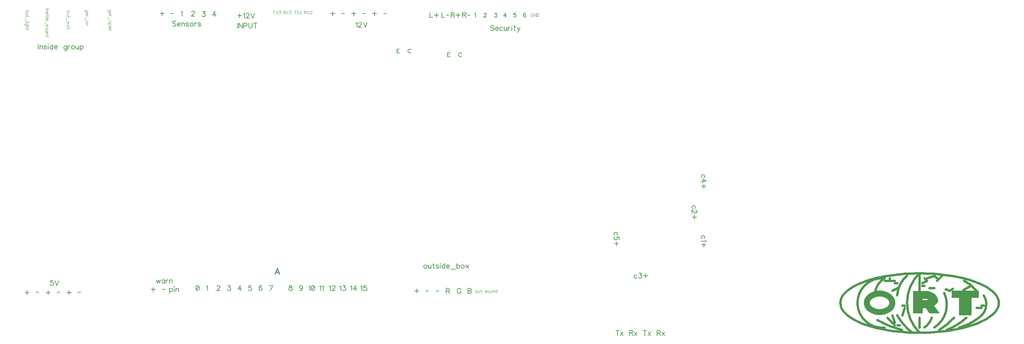
<source format=gbr>
G04 DipTrace 3.0.0.1*
G04 TopPaste.gbr*
%MOMM*%
G04 #@! TF.FileFunction,Paste,Top*
G04 #@! TF.Part,Single*
%ADD18C,0.6*%
%ADD19C,1.5*%
%ADD20C,2.0*%
%ADD57C,0.19608*%
%ADD58C,0.15686*%
%ADD59C,0.11765*%
%ADD60C,0.23529*%
%FSLAX35Y35*%
G04*
G71*
G90*
G75*
G01*
G04 TopPaste*
%LPD*%
X22002680Y984033D2*
D18*
X22007630Y1037188D1*
X22022455Y1090083D1*
X22047084Y1142462D1*
X22081396Y1194069D1*
X22125225Y1244653D1*
X22178356Y1293967D1*
X22240530Y1341771D1*
X22311446Y1387832D1*
X22390757Y1431926D1*
X22478078Y1473837D1*
X22572982Y1513363D1*
X22675007Y1550310D1*
X22783656Y1584498D1*
X22898400Y1615760D1*
X23018680Y1643945D1*
X23143910Y1668914D1*
X23273479Y1690547D1*
X23406757Y1708738D1*
X23543095Y1723399D1*
X23681827Y1734457D1*
X23822278Y1741859D1*
X23963764Y1745569D1*
X24105596D1*
X24247082Y1741859D1*
X24387533Y1734457D1*
X24526265Y1723399D1*
X24662603Y1708738D1*
X24795881Y1690547D1*
X24925450Y1668914D1*
X25050680Y1643945D1*
X25170960Y1615760D1*
X25285704Y1584498D1*
X25394353Y1550310D1*
X25496378Y1513363D1*
X25591282Y1473837D1*
X25678603Y1431926D1*
X25757914Y1387832D1*
X25828830Y1341771D1*
X25891004Y1293967D1*
X25944135Y1244653D1*
X25987964Y1194069D1*
X26022276Y1142462D1*
X26046905Y1090083D1*
X26061730Y1037188D1*
X26066680Y984033D1*
X26061730Y930879D1*
X26046905Y877983D1*
X26022276Y825605D1*
X25987964Y773998D1*
X25944135Y723414D1*
X25891004Y674100D1*
X25828830Y626296D1*
X25757914Y580235D1*
X25678603Y536141D1*
X25591282Y494229D1*
X25496378Y454704D1*
X25394353Y417757D1*
X25285704Y383569D1*
X25170960Y352307D1*
X25050680Y324122D1*
X24925450Y299152D1*
X24795881Y277519D1*
X24662603Y259328D1*
X24526265Y244668D1*
X24387533Y233610D1*
X24247082Y226208D1*
X24105596Y222498D1*
X23963764D1*
X23822278Y226208D1*
X23681827Y233610D1*
X23543095Y244668D1*
X23406757Y259328D1*
X23273479Y277519D1*
X23143910Y299152D1*
X23018680Y324122D1*
X22898400Y352307D1*
X22783656Y383569D1*
X22675007Y417757D1*
X22572982Y454704D1*
X22478078Y494229D1*
X22390757Y536141D1*
X22311446Y580235D1*
X22240530Y626296D1*
X22178356Y674100D1*
X22125225Y723414D1*
X22081396Y773998D1*
X22047084Y825605D1*
X22022455Y877983D1*
X22007630Y930879D1*
X22002680Y984033D1*
X23082180Y1619033D2*
G03X23145680Y349033I0J-636588D01*
G01*
X24034680Y1746033D2*
G03X24034680Y222033I755650J-762000D01*
G01*
X23717180Y1682533D2*
G03X23463180Y1174533I476250J-555625D01*
G01*
Y666533D2*
G03X23844180Y222033I1301750J730250D01*
G01*
X24034680Y1746033D2*
Y1555533D1*
Y1301533D1*
Y603033D2*
Y412533D1*
Y349033D1*
X24161680D2*
G03X24352180Y603033I-285750J412750D01*
G01*
X24669680Y1238033D2*
G02X24415680Y349033I-629987J-300789D01*
G01*
X24923680Y603033D2*
G02X24542680Y285533I-1301750J1174750D01*
G01*
X25241180Y603033D2*
G02X24733180Y285533I-1127125J1238250D01*
G01*
X25177680Y1555533D2*
G02X25495180Y1301533I-476250J-920750D01*
G01*
X25685680Y1174533D2*
G02X25558680Y603033I-349250J-222250D01*
G01*
G02X25050680Y349033I-857250J1079500D01*
G01*
X22955180Y539533D2*
G03X23590180Y285533I1206500J2095500D01*
G01*
X23145680Y1619033D2*
G03X22891680Y1238033I254000J-444500D01*
G01*
X24098180Y1492033D2*
X24225180Y1555533D1*
X24161680Y1619033D1*
X24415680Y1682533D2*
X24225180Y1619033D1*
X24415680Y1682533D2*
X24479180Y1619033D1*
Y1555533D2*
X24606180Y1682533D1*
X25685680Y920533D2*
X25622180D1*
X25495180Y857033D2*
X25622180D1*
X23336180Y1301533D2*
X23463180Y1365033D1*
Y1492033D2*
X23399680D1*
X23272680Y1555533D2*
Y1619033D1*
X23145680Y1555533D2*
X23399680D1*
X23209180Y603033D2*
X23399680Y412533D1*
X23526680D2*
X23463180D1*
X23336180Y666533D2*
X23399680Y476033D1*
X23590180Y666533D2*
X23653680Y857033D1*
Y920533D2*
X23590180D1*
X24098180Y1428533D2*
X24161680D1*
X24288680Y1365033D2*
X24415680D1*
X22687757Y984207D2*
D19*
X22688549Y1000829D1*
X22690924Y1017371D1*
X22694869Y1033751D1*
X22700365Y1049890D1*
X22707385Y1065709D1*
X22715895Y1081131D1*
X22725854Y1096080D1*
X22737213Y1110485D1*
X22749916Y1124274D1*
X22763903Y1137381D1*
X22779104Y1149741D1*
X22795445Y1161296D1*
X22812848Y1171987D1*
X22831227Y1181764D1*
X22850493Y1190578D1*
X22870551Y1198386D1*
X22891305Y1205151D1*
X22912652Y1210840D1*
X22934490Y1215425D1*
X22956711Y1218883D1*
X22979207Y1221198D1*
X23001870Y1222358D1*
X23024587D1*
X23047249Y1221198D1*
X23069746Y1218883D1*
X23091967Y1215425D1*
X23113805Y1210840D1*
X23135152Y1205151D1*
X23155906Y1198386D1*
X23175964Y1190578D1*
X23195230Y1181764D1*
X23213609Y1171987D1*
X23231011Y1161296D1*
X23247353Y1149741D1*
X23262554Y1137381D1*
X23276540Y1124274D1*
X23289244Y1110485D1*
X23300603Y1096080D1*
X23310561Y1081131D1*
X23319072Y1065709D1*
X23326092Y1049890D1*
X23331588Y1033751D1*
X23335533Y1017371D1*
X23337907Y1000829D1*
X23338700Y984207D1*
X23337907Y967584D1*
X23335533Y951042D1*
X23331588Y934662D1*
X23326092Y918523D1*
X23319072Y902704D1*
X23310561Y887283D1*
X23300603Y872333D1*
X23289244Y857929D1*
X23276540Y844139D1*
X23262554Y831033D1*
X23247353Y818672D1*
X23231011Y807118D1*
X23213609Y796426D1*
X23195230Y786650D1*
X23175964Y777836D1*
X23155906Y770027D1*
X23135152Y763262D1*
X23113805Y757573D1*
X23091967Y752988D1*
X23069746Y749530D1*
X23047249Y747215D1*
X23024587Y746055D1*
X23001870D1*
X22979207Y747215D1*
X22956711Y749530D1*
X22934490Y752988D1*
X22912652Y757573D1*
X22891305Y763262D1*
X22870551Y770027D1*
X22850493Y777836D1*
X22831227Y786650D1*
X22812848Y796426D1*
X22795445Y807118D1*
X22779104Y818672D1*
X22763903Y831033D1*
X22749916Y844139D1*
X22737213Y857929D1*
X22725854Y872333D1*
X22715895Y887283D1*
X22707385Y902704D1*
X22700365Y918523D1*
X22694869Y934662D1*
X22690924Y951042D1*
X22688549Y967584D1*
X22687757Y984207D1*
G36*
X23875927Y1285657D2*
X24116657D1*
Y714157D1*
X23875927D1*
Y1285657D1*
G37*
G36*
X25050680Y1301533D2*
X25368180D1*
Y730033D1*
X25050680D1*
Y1301533D1*
G37*
G36*
X24860180Y1238033D2*
X25495180D1*
Y1111033D1*
X24860180D1*
Y1238033D1*
G37*
G36*
Y1301533D2*
X25558680D1*
Y1111033D1*
X24860180D1*
Y1301533D1*
G37*
G36*
X25050680Y730033D2*
X25368180D1*
Y666533D1*
X25050680D1*
Y730033D1*
G37*
X24701430Y1333283D2*
D18*
X24733180D1*
X24764930Y1317407D2*
X24796680Y1301533D1*
X24812557D2*
X24891930Y1349157D1*
X25336430Y1412657D2*
X25161803Y1317407D1*
X24005520Y1158997D2*
D20*
X24021397Y1190750D1*
X24243670D1*
X24370683Y1127243D1*
X24418313Y1047860D1*
X24354807Y984353D1*
X24227793Y952600D1*
X24116657D1*
X24069027D1*
Y920847D1*
G36*
X24196040Y857340D2*
X24291300Y714450D1*
X24561203D1*
X24386560Y936723D1*
Y920847D1*
X24196040Y857340D1*
G37*
X10986954Y7481891D2*
D58*
X10982125Y7491550D1*
X10972354Y7501321D1*
X10962696Y7506150D1*
X10943266D1*
X10933496Y7501321D1*
X10923837Y7491550D1*
X10918896Y7481891D1*
X10914066Y7467291D1*
Y7442921D1*
X10918896Y7428433D1*
X10923837Y7418662D1*
X10933496Y7409004D1*
X10943266Y7404062D1*
X10962696D1*
X10972354Y7409004D1*
X10982125Y7418662D1*
X10986954Y7428433D1*
X10691433Y7506150D2*
X10628316D1*
Y7404062D1*
X10691433D1*
X10628316Y7457521D2*
X10667175D1*
X2234972Y8483367D2*
D59*
X2158406D1*
X2198500D2*
X2205828Y8476039D1*
X2209450Y8468795D1*
Y8457845D1*
X2205828Y8450602D1*
X2198500Y8443274D1*
X2187550Y8439652D1*
X2180306D1*
X2169356Y8443274D1*
X2162112Y8450602D1*
X2158406Y8457846D1*
Y8468795D1*
X2162112Y8476039D1*
X2169356Y8483367D1*
X2209450Y8416122D2*
X2172978D1*
X2162112Y8412500D1*
X2158406Y8405172D1*
Y8394222D1*
X2162112Y8386979D1*
X2172978Y8376029D1*
X2209450D2*
X2158406D1*
X2234971Y8341549D2*
X2172978D1*
X2162112Y8337927D1*
X2158406Y8330599D1*
Y8323355D1*
X2209450Y8352499D2*
Y8326977D1*
X2145771Y8299826D2*
Y8230588D1*
X2187550Y8207059D2*
Y8163343D1*
X2194878D1*
X2202206Y8166965D1*
X2205828Y8170587D1*
X2209450Y8177915D1*
Y8188865D1*
X2205828Y8196109D1*
X2198500Y8203437D1*
X2187550Y8207059D1*
X2180306D1*
X2169356Y8203437D1*
X2162112Y8196109D1*
X2158406Y8188865D1*
Y8177915D1*
X2162112Y8170587D1*
X2169356Y8163343D1*
X2209450Y8139814D2*
X2158406Y8099720D1*
X2209450D2*
X2158406Y8139814D1*
X2234972Y8076190D2*
X2231350Y8072568D1*
X2234972Y8068862D1*
X2238678Y8072568D1*
X2234972Y8076190D1*
X2209450Y8072568D2*
X2158406D1*
X2234972Y8034383D2*
X2172978D1*
X2162112Y8030761D1*
X2158406Y8023433D1*
Y8016189D1*
X2209450Y8045333D2*
Y8019811D1*
X4819931Y8417923D2*
D57*
X4890123D1*
X4604664Y8472606D2*
Y8363247D1*
X4550054Y8417856D2*
X4659414D1*
X5365861Y8451335D2*
Y8457371D1*
X5371897Y8469585D1*
X5377934Y8475621D1*
X5390147Y8481658D1*
X5414434D1*
X5426507Y8475621D1*
X5432544Y8469585D1*
X5438720Y8457371D1*
Y8445298D1*
X5432544Y8433085D1*
X5420470Y8414975D1*
X5359684Y8354189D1*
X5444757D1*
X5089804Y8457378D2*
X5102017Y8463555D1*
X5120267Y8481665D1*
Y8354195D1*
X5960217Y8338312D2*
Y8465781D1*
X5899431Y8380849D1*
X5990540D1*
X5641767Y8465788D2*
X5708450D1*
X5672090Y8417215D1*
X5690340D1*
X5702414Y8411178D1*
X5708450Y8405142D1*
X5714627Y8386892D1*
Y8374819D1*
X5708450Y8356569D1*
X5696377Y8344355D1*
X5678127Y8338319D1*
X5659877D1*
X5641767Y8344355D1*
X5635731Y8350532D1*
X5629554Y8362605D1*
X4958697Y8203478D2*
X4946624Y8215692D1*
X4928374Y8221728D1*
X4904087D1*
X4885837Y8215692D1*
X4873624Y8203478D1*
Y8191405D1*
X4879801Y8179192D1*
X4885837Y8173155D1*
X4897910Y8167119D1*
X4934410Y8154905D1*
X4946624Y8148869D1*
X4952660Y8142692D1*
X4958697Y8130619D1*
Y8112369D1*
X4946624Y8100296D1*
X4928374Y8094119D1*
X4904087D1*
X4885837Y8100296D1*
X4873624Y8112369D1*
X4997913Y8142692D2*
X5070772D1*
Y8154905D1*
X5064736Y8167119D1*
X5058699Y8173155D1*
X5046486Y8179192D1*
X5028236D1*
X5016163Y8173155D1*
X5003949Y8160942D1*
X4997913Y8142692D1*
Y8130619D1*
X5003949Y8112369D1*
X5016163Y8100296D1*
X5028236Y8094119D1*
X5046486D1*
X5058699Y8100296D1*
X5070772Y8112369D1*
X5109988Y8179192D2*
Y8094119D1*
Y8154905D2*
X5128238Y8173155D1*
X5140451Y8179192D1*
X5158561D1*
X5170775Y8173155D1*
X5176811Y8154905D1*
Y8094119D1*
X5282850Y8160942D2*
X5276813Y8173155D1*
X5258563Y8179192D1*
X5240313D1*
X5222063Y8173155D1*
X5216027Y8160942D1*
X5222063Y8148869D1*
X5234277Y8142692D1*
X5264600Y8136655D1*
X5276813Y8130619D1*
X5282850Y8118405D1*
Y8112369D1*
X5276813Y8100296D1*
X5258563Y8094119D1*
X5240313D1*
X5222063Y8100296D1*
X5216027Y8112369D1*
X5352389Y8179192D2*
X5340316Y8173155D1*
X5328102Y8160942D1*
X5322066Y8142692D1*
Y8130619D1*
X5328102Y8112369D1*
X5340316Y8100296D1*
X5352389Y8094119D1*
X5370639D1*
X5382852Y8100296D1*
X5394925Y8112369D1*
X5401102Y8130619D1*
Y8142692D1*
X5394925Y8160942D1*
X5382852Y8173155D1*
X5370639Y8179192D1*
X5352389D1*
X5440318D2*
Y8094119D1*
Y8142692D2*
X5446495Y8160942D1*
X5458568Y8173155D1*
X5470781Y8179192D1*
X5489031D1*
X5595070Y8160942D2*
X5589033Y8173155D1*
X5570783Y8179192D1*
X5552533D1*
X5534283Y8173155D1*
X5528247Y8160942D1*
X5534283Y8148869D1*
X5546497Y8142692D1*
X5576820Y8136655D1*
X5589033Y8130619D1*
X5595070Y8118405D1*
Y8112369D1*
X5589033Y8100296D1*
X5570783Y8094119D1*
X5552533D1*
X5534283Y8100296D1*
X5528247Y8112369D1*
X1183112Y8495131D2*
D59*
X1106546D1*
X1146640D2*
X1153968Y8487803D1*
X1157590Y8480559D1*
Y8469609D1*
X1153968Y8462365D1*
X1146640Y8455037D1*
X1135690Y8451415D1*
X1128446D1*
X1117496Y8455037D1*
X1110252Y8462365D1*
X1106546Y8469609D1*
Y8480559D1*
X1110252Y8487803D1*
X1117496Y8495131D1*
X1157590Y8427886D2*
X1121118D1*
X1110252Y8424264D1*
X1106546Y8416936D1*
Y8405986D1*
X1110252Y8398742D1*
X1121118Y8387792D1*
X1157590D2*
X1106546D1*
X1183111Y8353312D2*
X1121118Y8353313D1*
X1110252Y8349691D1*
X1106546Y8342363D1*
Y8335119D1*
X1157590Y8364262D2*
Y8338741D1*
X1093911Y8311589D2*
Y8242352D1*
X1183112Y8218822D2*
X1106546D1*
X1183112Y8195293D2*
X1179490Y8191671D1*
X1183112Y8187965D1*
X1186818Y8191671D1*
X1183112Y8195293D1*
X1157590Y8191671D2*
X1106546D1*
X1153968Y8120719D2*
X1095596Y8120720D1*
X1084730Y8124341D1*
X1081024Y8127963D1*
X1077402Y8135291D1*
Y8146241D1*
X1081024Y8153485D1*
X1143018Y8120719D2*
X1150262Y8127963D1*
X1153968Y8135291D1*
Y8146241D1*
X1150262Y8153485D1*
X1143018Y8160813D1*
X1132068Y8164435D1*
X1124740D1*
X1113874Y8160813D1*
X1106546Y8153485D1*
X1102924Y8146241D1*
Y8135291D1*
X1106546Y8127963D1*
X1113874Y8120720D1*
X1183112Y8097190D2*
X1106546D1*
X1143018D2*
X1153968Y8086240D1*
X1157590Y8078912D1*
Y8067962D1*
X1153968Y8060718D1*
X1143018Y8057096D1*
X1106546D1*
X1183112Y8022617D2*
X1121118D1*
X1110252Y8018995D1*
X1106546Y8011667D1*
Y8004423D1*
X1157590Y8033567D2*
Y8008045D1*
X6595110Y8418906D2*
D57*
Y8309547D1*
X6540501Y8364156D2*
X6649860D1*
X6689076Y8403675D2*
X6701289Y8409852D1*
X6719539Y8427961D1*
Y8300492D1*
X6764932Y8397638D2*
Y8403675D1*
X6770968Y8415888D1*
X6777005Y8421925D1*
X6789218Y8427961D1*
X6813505D1*
X6825578Y8421925D1*
X6831615Y8415888D1*
X6837792Y8403675D1*
Y8391602D1*
X6831615Y8379388D1*
X6819542Y8361279D1*
X6758755Y8300492D1*
X6843828D1*
X6883044Y8428102D2*
X6931617Y8300492D1*
X6980190Y8428102D1*
X3282804Y8468878D2*
D59*
X3224432D1*
X3213567Y8472500D1*
X3209861Y8476122D1*
X3206239Y8483450D1*
Y8494400D1*
X3209860Y8501644D1*
X3271854Y8468878D2*
X3279098Y8476122D1*
X3282804Y8483450D1*
Y8494400D1*
X3279098Y8501644D1*
X3271854Y8508972D1*
X3260904Y8512594D1*
X3253576D1*
X3242711Y8508972D1*
X3235382Y8501644D1*
X3231760Y8494400D1*
Y8483450D1*
X3235382Y8476122D1*
X3242710Y8468878D1*
X3264526Y8445349D2*
Y8401633D1*
X3271854D1*
X3279182Y8405255D1*
X3282804Y8408877D1*
X3286426Y8416205D1*
Y8427155D1*
X3282804Y8434399D1*
X3275476Y8441727D1*
X3264526Y8445349D1*
X3257282D1*
X3246332Y8441727D1*
X3239089Y8434399D1*
X3235382Y8427155D1*
Y8416205D1*
X3239089Y8408877D1*
X3246332Y8401633D1*
X3286426Y8378104D2*
X3235382D1*
X3264526D2*
X3275476Y8374398D1*
X3282804Y8367154D1*
X3286426Y8359826D1*
Y8348876D1*
X3222748Y8325346D2*
Y8256109D1*
X3286426Y8214385D2*
X3282804Y8221629D1*
X3275476Y8228957D1*
X3264526Y8232579D1*
X3257282D1*
X3246332Y8228957D1*
X3239089Y8221629D1*
X3235382Y8214386D1*
Y8203436D1*
X3239089Y8196107D1*
X3246332Y8188864D1*
X3257282Y8185157D1*
X3264526D1*
X3275476Y8188864D1*
X3282804Y8196107D1*
X3286426Y8203435D1*
Y8214385D1*
Y8161628D2*
X3209861D1*
X3275476D2*
X3282720Y8154300D1*
X3286426Y8147056D1*
Y8136106D1*
X3282720Y8128778D1*
X3275476Y8121534D1*
X3264526Y8117828D1*
X3257198D1*
X3246332Y8121534D1*
X3239004Y8128778D1*
X3235382Y8136106D1*
Y8147056D1*
X3239004Y8154300D1*
X3246332Y8161628D1*
X3264526Y8094299D2*
Y8050583D1*
X3271854D1*
X3279182Y8054205D1*
X3282804Y8057827D1*
X3286426Y8065155D1*
Y8076105D1*
X3282804Y8083349D1*
X3275476Y8090677D1*
X3264526Y8094299D1*
X3257282D1*
X3246332Y8090677D1*
X3239089Y8083349D1*
X3235382Y8076105D1*
Y8065155D1*
X3239089Y8057827D1*
X3246332Y8050583D1*
X3286426Y8027053D2*
X3235382D1*
X3271854D2*
X3282804Y8016103D1*
X3286426Y8008775D1*
Y7997910D1*
X3282804Y7990582D1*
X3271854Y7986960D1*
X3235383D1*
X2691641Y8465092D2*
X2633269D1*
X2622403Y8468714D1*
X2618697Y8472336D1*
X2615075Y8479664D1*
Y8490614D1*
X2618697Y8497858D1*
X2680691Y8465092D2*
X2687935Y8472335D1*
X2691641Y8479664D1*
Y8490613D1*
X2687935Y8497857D1*
X2680691Y8505185D1*
X2669741Y8508807D1*
X2662413D1*
X2651547Y8505185D1*
X2644219Y8497857D1*
X2640597Y8490614D1*
Y8479664D1*
X2644219Y8472336D1*
X2651547Y8465092D1*
X2673363Y8441562D2*
Y8397847D1*
X2680691D1*
X2688019Y8401469D1*
X2691641Y8405090D1*
X2695263Y8412418D1*
Y8423368D1*
X2691641Y8430612D1*
X2684313Y8437940D1*
X2673363Y8441562D1*
X2666119D1*
X2655169Y8437940D1*
X2647925Y8430612D1*
X2644219Y8423369D1*
Y8412419D1*
X2647925Y8405091D1*
X2655169Y8397847D1*
X2695263Y8374317D2*
X2644219D1*
X2673363D2*
X2684313Y8370611D1*
X2691641Y8363367D1*
X2695263Y8356039D1*
Y8345089D1*
X2631585Y8321560D2*
Y8252322D1*
X2695263Y8210599D2*
X2691641Y8217843D1*
X2684313Y8225171D1*
X2673363Y8228793D1*
X2666119D1*
X2655169Y8225171D1*
X2647925Y8217843D1*
X2644219Y8210599D1*
Y8199649D1*
X2647925Y8192321D1*
X2655169Y8185077D1*
X2666119Y8181371D1*
X2673363D1*
X2684313Y8185077D1*
X2691641Y8192321D1*
X2695263Y8199649D1*
Y8210599D1*
Y8157841D2*
X2644219D1*
X2680691D2*
X2691641Y8146891D1*
X2695263Y8139563D1*
Y8128697D1*
X2691641Y8121369D1*
X2680691Y8117748D1*
X2644219D1*
X1428747Y7634352D2*
D57*
Y7506742D1*
X1467963Y7591815D2*
Y7506742D1*
Y7567529D2*
X1486213Y7585779D1*
X1498426Y7591815D1*
X1516536D1*
X1528749Y7585779D1*
X1534786Y7567529D1*
Y7506742D1*
X1640825Y7573565D2*
X1634788Y7585779D1*
X1616538Y7591815D1*
X1598288D1*
X1580038Y7585779D1*
X1574002Y7573565D1*
X1580038Y7561492D1*
X1592252Y7555315D1*
X1622575Y7549279D1*
X1634788Y7543242D1*
X1640825Y7531029D1*
Y7524992D1*
X1634788Y7512919D1*
X1616538Y7506742D1*
X1598288D1*
X1580038Y7512919D1*
X1574002Y7524992D1*
X1680040Y7634352D2*
X1686077Y7628315D1*
X1692254Y7634352D1*
X1686077Y7640529D1*
X1680040Y7634352D1*
X1686077Y7591815D2*
Y7506742D1*
X1804329Y7634352D2*
Y7506742D1*
Y7573565D2*
X1792256Y7585779D1*
X1780043Y7591815D1*
X1761793D1*
X1749720Y7585779D1*
X1737506Y7573565D1*
X1731470Y7555315D1*
Y7543242D1*
X1737506Y7524992D1*
X1749720Y7512919D1*
X1761793Y7506742D1*
X1780043D1*
X1792256Y7512919D1*
X1804329Y7524992D1*
X1843545Y7555315D2*
X1916405D1*
Y7567529D1*
X1910368Y7579742D1*
X1904331Y7585779D1*
X1892118Y7591815D1*
X1873868D1*
X1861795Y7585779D1*
X1849581Y7573565D1*
X1843545Y7555315D1*
Y7543242D1*
X1849581Y7524992D1*
X1861795Y7512919D1*
X1873868Y7506742D1*
X1892118D1*
X1904331Y7512919D1*
X1916405Y7524992D1*
X2151926Y7585779D2*
Y7488492D1*
X2145890Y7470382D1*
X2139853Y7464205D1*
X2127640Y7458169D1*
X2109390D1*
X2097317Y7464205D1*
X2151926Y7567529D2*
X2139853Y7579602D1*
X2127640Y7585779D1*
X2109390D1*
X2097317Y7579602D1*
X2085103Y7567529D1*
X2079067Y7549279D1*
Y7537065D1*
X2085103Y7518955D1*
X2097317Y7506742D1*
X2109390Y7500705D1*
X2127640D1*
X2139853Y7506742D1*
X2151926Y7518955D1*
X2191142Y7591815D2*
Y7506742D1*
Y7555315D2*
X2197319Y7573565D1*
X2209392Y7585779D1*
X2221605Y7591815D1*
X2239855D1*
X2309394D2*
X2297321Y7585779D1*
X2285108Y7573565D1*
X2279071Y7555315D1*
Y7543242D1*
X2285108Y7524992D1*
X2297321Y7512919D1*
X2309394Y7506742D1*
X2327644D1*
X2339858Y7512919D1*
X2351931Y7524992D1*
X2358108Y7543242D1*
Y7555315D1*
X2351931Y7573565D1*
X2339858Y7585779D1*
X2327644Y7591815D1*
X2309394D1*
X2397323D2*
Y7531029D1*
X2403360Y7512919D1*
X2415573Y7506742D1*
X2433823D1*
X2445896Y7512919D1*
X2464146Y7531029D1*
Y7591815D2*
Y7506742D1*
X2503362Y7591815D2*
Y7464205D1*
Y7573565D2*
X2515576Y7585638D1*
X2527649Y7591815D1*
X2545899D1*
X2558112Y7585638D1*
X2570185Y7573565D1*
X2576362Y7555315D1*
Y7543102D1*
X2570185Y7524992D1*
X2558112Y7512779D1*
X2545899Y7506742D1*
X2527649D1*
X2515576Y7512779D1*
X2503362Y7524992D1*
X9572624Y8165551D2*
X9584837Y8171728D1*
X9603087Y8189838D1*
Y8062369D1*
X9648480Y8159515D2*
Y8165551D1*
X9654517Y8177765D1*
X9660553Y8183801D1*
X9672767Y8189838D1*
X9697053D1*
X9709126Y8183801D1*
X9715163Y8177765D1*
X9721340Y8165551D1*
Y8153478D1*
X9715163Y8141265D1*
X9703090Y8123155D1*
X9642303Y8062369D1*
X9727376D1*
X9766592Y8189978D2*
X9815165Y8062369D1*
X9863738Y8189978D1*
X9211094Y8422827D2*
X9281286D1*
X8981537Y8472606D2*
Y8363247D1*
X8926927Y8417856D2*
X9036287D1*
X9750054Y8422827D2*
X9820246D1*
X9520504Y8472606D2*
Y8363247D1*
X9465894Y8417856D2*
X9575254D1*
X10289017Y8422827D2*
X10359210D1*
X10059460Y8472606D2*
Y8363247D1*
X10004851Y8417856D2*
X10114210D1*
X1803737Y1563168D2*
X1743091D1*
X1737054Y1508558D1*
X1743091Y1514595D1*
X1761341Y1520772D1*
X1779450D1*
X1797700Y1514595D1*
X1809914Y1502522D1*
X1815950Y1484272D1*
Y1472199D1*
X1809914Y1453949D1*
X1797700Y1441735D1*
X1779450Y1435699D1*
X1761341D1*
X1743091Y1441735D1*
X1737054Y1447912D1*
X1730877Y1459985D1*
X1855166Y1563308D2*
X1903739Y1435699D1*
X1952312Y1563308D1*
X1369347Y1256407D2*
X1439540D1*
X1139787Y1306190D2*
Y1196830D1*
X1085177Y1251440D2*
X1194537D1*
X1908307Y1256407D2*
X1978500D1*
X1678757Y1306190D2*
Y1196830D1*
X1624147Y1251440D2*
X1733507D1*
X2447271Y1256407D2*
X2517463D1*
X2217710Y1306190D2*
Y1196830D1*
X2163101Y1251440D2*
X2272460D1*
X7714922Y8446683D2*
D59*
X7747688D1*
X7758638Y8450389D1*
X7762344Y8454011D1*
X7765966Y8461255D1*
Y8468583D1*
X7762344Y8475827D1*
X7758638Y8479533D1*
X7747688Y8483155D1*
X7714922D1*
Y8406589D1*
X7740444Y8446683D2*
X7765966Y8406589D1*
X7789496Y8483155D2*
X7840539Y8406589D1*
Y8483155D2*
X7789496Y8406589D1*
X7871397Y8483071D2*
X7911407D1*
X7889591Y8453927D1*
X7900541D1*
X7907785Y8450305D1*
X7911407Y8446683D1*
X7915113Y8435733D1*
Y8428489D1*
X7911407Y8417539D1*
X7904163Y8410211D1*
X7893213Y8406589D1*
X7882263D1*
X7871397Y8410211D1*
X7867775Y8413917D1*
X7864069Y8421161D1*
X7472151Y8483158D2*
Y8406593D1*
X7446629Y8483158D2*
X7497673D1*
X7521202D2*
X7572246Y8406593D1*
Y8483158D2*
X7521202Y8406593D1*
X7603104Y8483074D2*
X7643113D1*
X7621297Y8453930D1*
X7632247D1*
X7639491Y8450308D1*
X7643113Y8446686D1*
X7646819Y8435736D1*
Y8428493D1*
X7643113Y8417543D1*
X7635869Y8410214D1*
X7624919Y8406593D1*
X7613969D1*
X7603104Y8410214D1*
X7599482Y8413921D1*
X7595776Y8421164D1*
X8253882Y8446683D2*
X8286648D1*
X8297598Y8450389D1*
X8301304Y8454011D1*
X8304926Y8461255D1*
Y8468583D1*
X8301304Y8475827D1*
X8297598Y8479533D1*
X8286648Y8483155D1*
X8253882D1*
Y8406589D1*
X8279404Y8446683D2*
X8304926Y8406589D1*
X8328456Y8483155D2*
X8379499Y8406589D1*
Y8483155D2*
X8328456Y8406589D1*
X8406735Y8464877D2*
Y8468499D1*
X8410357Y8475827D1*
X8413979Y8479449D1*
X8421307Y8483071D1*
X8435879D1*
X8443123Y8479449D1*
X8446745Y8475827D1*
X8450451Y8468499D1*
Y8461255D1*
X8446745Y8453927D1*
X8439501Y8443061D1*
X8403029Y8406589D1*
X8454073D1*
X8011118Y8483155D2*
Y8406589D1*
X7985596Y8483155D2*
X8036640D1*
X8060169D2*
X8111213Y8406589D1*
Y8483155D2*
X8060169Y8406589D1*
X8138448Y8464877D2*
Y8468499D1*
X8142070Y8475827D1*
X8145692Y8479449D1*
X8153020Y8483071D1*
X8167592D1*
X8174836Y8479449D1*
X8178458Y8475827D1*
X8182164Y8468499D1*
Y8461255D1*
X8178458Y8453927D1*
X8171214Y8443061D1*
X8134742Y8406589D1*
X8185786D1*
X11477624Y8443978D2*
D57*
Y8316369D1*
X11550484D1*
X11644309Y8434783D2*
Y8325423D1*
X11589699Y8380033D2*
X11699059D1*
X11779251Y8443978D2*
Y8316369D1*
X11852110D1*
X11891326Y8380103D2*
X11961518D1*
X11349197Y1956192D2*
X11337124Y1950155D1*
X11324910Y1937942D1*
X11318874Y1919692D1*
Y1907619D1*
X11324910Y1889369D1*
X11337124Y1877296D1*
X11349197Y1871119D1*
X11367447D1*
X11379660Y1877296D1*
X11391734Y1889369D1*
X11397910Y1907619D1*
Y1919692D1*
X11391734Y1937942D1*
X11379660Y1950155D1*
X11367447Y1956192D1*
X11349197D1*
X11437126D2*
Y1895405D1*
X11443163Y1877296D1*
X11455376Y1871119D1*
X11473626D1*
X11485699Y1877296D1*
X11503949Y1895405D1*
Y1956192D2*
Y1871119D1*
X11561415Y1998728D2*
Y1895405D1*
X11567451Y1877296D1*
X11579665Y1871119D1*
X11591738D1*
X11543165Y1956192D2*
X11585701D1*
X11697777Y1937942D2*
X11691740Y1950155D1*
X11673490Y1956192D1*
X11655240D1*
X11636990Y1950155D1*
X11630954Y1937942D1*
X11636990Y1925869D1*
X11649204Y1919692D1*
X11679527Y1913655D1*
X11691740Y1907619D1*
X11697777Y1895405D1*
Y1889369D1*
X11691740Y1877296D1*
X11673490Y1871119D1*
X11655240D1*
X11636990Y1877296D1*
X11630954Y1889369D1*
X11736992Y1998728D2*
X11743029Y1992692D1*
X11749206Y1998728D1*
X11743029Y2004905D1*
X11736992Y1998728D1*
X11743029Y1956192D2*
Y1871119D1*
X11861281Y1998728D2*
Y1871119D1*
Y1937942D2*
X11849208Y1950155D1*
X11836995Y1956192D1*
X11818745D1*
X11806672Y1950155D1*
X11794458Y1937942D1*
X11788422Y1919692D1*
Y1907619D1*
X11794458Y1889369D1*
X11806672Y1877296D1*
X11818745Y1871119D1*
X11836995D1*
X11849208Y1877296D1*
X11861281Y1889369D1*
X11900497Y1919692D2*
X11973357D1*
Y1931905D1*
X11967320Y1944119D1*
X11961283Y1950155D1*
X11949070Y1956192D1*
X11930820D1*
X11918747Y1950155D1*
X11906533Y1937942D1*
X11900497Y1919692D1*
Y1907619D1*
X11906533Y1889369D1*
X11918747Y1877296D1*
X11930820Y1871119D1*
X11949070D1*
X11961283Y1877296D1*
X11973357Y1889369D1*
X12012572Y1850061D2*
X12127968D1*
X12167184Y1998728D2*
Y1871119D1*
Y1937942D2*
X12179397Y1950155D1*
X12191471Y1956192D1*
X12209721D1*
X12221794Y1950155D1*
X12234007Y1937942D1*
X12240044Y1919692D1*
Y1907619D1*
X12234007Y1889369D1*
X12221794Y1877296D1*
X12209721Y1871119D1*
X12191471D1*
X12179397Y1877296D1*
X12167184Y1889369D1*
X12309582Y1956192D2*
X12297509Y1950155D1*
X12285296Y1937942D1*
X12279259Y1919692D1*
Y1907619D1*
X12285296Y1889369D1*
X12297509Y1877296D1*
X12309582Y1871119D1*
X12327832D1*
X12340046Y1877296D1*
X12352119Y1889369D1*
X12358296Y1907619D1*
Y1919692D1*
X12352119Y1937942D1*
X12340046Y1950155D1*
X12327832Y1956192D1*
X12309582D1*
X12397512D2*
X12464335Y1871119D1*
Y1956192D2*
X12397512Y1871119D1*
X11370094Y1290057D2*
X11440286D1*
X11140534Y1344736D2*
Y1235377D1*
X11085924Y1289986D2*
X11195284D1*
X11639177Y1290057D2*
X11709370D1*
X12269254Y1323609D2*
X12263217Y1335682D1*
X12251004Y1347895D1*
X12238930Y1353932D1*
X12214644D1*
X12202430Y1347895D1*
X12190357Y1335682D1*
X12184180Y1323609D1*
X12178144Y1305359D1*
Y1274895D1*
X12184180Y1256785D1*
X12190357Y1244572D1*
X12202430Y1232499D1*
X12214644Y1226322D1*
X12238930D1*
X12251004Y1232499D1*
X12263217Y1244572D1*
X12269254Y1256785D1*
Y1274895D1*
X12238930D1*
X11893974Y1293145D2*
X11948584D1*
X11966834Y1299322D1*
X11973010Y1305359D1*
X11979047Y1317432D1*
Y1329645D1*
X11973010Y1341718D1*
X11966834Y1347895D1*
X11948584Y1353932D1*
X11893974D1*
Y1226322D1*
X11936510Y1293145D2*
X11979047Y1226322D1*
X12448804Y1353932D2*
Y1226322D1*
X12503554D1*
X12521804Y1232499D1*
X12527840Y1238535D1*
X12533877Y1250609D1*
Y1268859D1*
X12527840Y1281072D1*
X12521804Y1287109D1*
X12503554Y1293145D1*
X12521804Y1299322D1*
X12527840Y1305359D1*
X12533877Y1317432D1*
Y1329645D1*
X12527840Y1341718D1*
X12521804Y1347895D1*
X12503554Y1353932D1*
X12448804D1*
Y1293145D2*
X12503554D1*
X12928690Y1288876D2*
D59*
X12925068Y1296204D1*
X12914118Y1299826D1*
X12903168D1*
X12892218Y1296204D1*
X12888596Y1288876D1*
X12892218Y1281633D1*
X12899546Y1277926D1*
X12917740Y1274304D1*
X12925068Y1270683D1*
X12928690Y1263354D1*
Y1259733D1*
X12925068Y1252489D1*
X12914118Y1248783D1*
X12903168D1*
X12892218Y1252489D1*
X12888596Y1259733D1*
X12970413Y1299826D2*
X12963169Y1296204D1*
X12955841Y1288876D1*
X12952219Y1277926D1*
Y1270683D1*
X12955841Y1259733D1*
X12963169Y1252489D1*
X12970413Y1248783D1*
X12981363D1*
X12988691Y1252489D1*
X12995935Y1259733D1*
X12999641Y1270683D1*
Y1277926D1*
X12995935Y1288876D1*
X12988691Y1296204D1*
X12981363Y1299826D1*
X12970413D1*
X13023170D2*
Y1263354D1*
X13026792Y1252489D1*
X13034120Y1248783D1*
X13045070D1*
X13052314Y1252489D1*
X13063264Y1263354D1*
Y1299826D2*
Y1248783D1*
X13086794Y1299826D2*
Y1248783D1*
Y1285254D2*
X13097744Y1296204D1*
X13105072Y1299826D1*
X13115937D1*
X13123265Y1296204D1*
X13126887Y1285254D1*
Y1248783D1*
X13194133Y1325348D2*
Y1248783D1*
Y1288876D2*
X13186889Y1296204D1*
X13179561Y1299826D1*
X13168611D1*
X13161367Y1296204D1*
X13154039Y1288876D1*
X13150417Y1277926D1*
Y1270683D1*
X13154039Y1259733D1*
X13161367Y1252489D1*
X13168611Y1248783D1*
X13179561D1*
X13186889Y1252489D1*
X13194133Y1259733D1*
X12652052Y1325348D2*
Y1248783D1*
Y1288876D2*
X12659380Y1296204D1*
X12666624Y1299826D1*
X12677574D1*
X12684818Y1296204D1*
X12692146Y1288876D1*
X12695768Y1277926D1*
Y1270683D1*
X12692146Y1259733D1*
X12684818Y1252489D1*
X12677574Y1248783D1*
X12666624D1*
X12659380Y1252489D1*
X12652052Y1259733D1*
X12719298Y1299826D2*
Y1263354D1*
X12722919Y1252489D1*
X12730248Y1248783D1*
X12741198D1*
X12748441Y1252489D1*
X12759391Y1263354D1*
Y1299826D2*
Y1248783D1*
X12793871Y1325348D2*
Y1263354D1*
X12797493Y1252489D1*
X12804821Y1248783D1*
X12812065D1*
X12782921Y1299826D2*
X12808443D1*
X1695512Y8547154D2*
X1691890Y8543532D1*
X1695512Y8539826D1*
X1699218Y8543532D1*
X1695512Y8547154D1*
X1669990Y8543532D2*
X1618946D1*
X1669990Y8516297D2*
X1618946D1*
X1655418D2*
X1666368Y8505347D1*
X1669990Y8498019D1*
Y8487153D1*
X1666368Y8479825D1*
X1655418Y8476203D1*
X1618946D1*
X1659040Y8412580D2*
X1666368Y8416202D1*
X1669990Y8427152D1*
Y8438102D1*
X1666368Y8449052D1*
X1659040Y8452673D1*
X1651796Y8449052D1*
X1648090Y8441723D1*
X1644468Y8423530D1*
X1640846Y8416202D1*
X1633518Y8412580D1*
X1629896D1*
X1622652Y8416202D1*
X1618946Y8427152D1*
Y8438102D1*
X1622652Y8449052D1*
X1629896Y8452674D1*
X1695511Y8389050D2*
X1691890Y8385428D1*
X1695511Y8381722D1*
X1699218Y8385428D1*
X1695511Y8389050D1*
X1669990Y8385428D2*
X1618946D1*
X1695511Y8314477D2*
X1618946D1*
X1659040D2*
X1666368Y8321721D1*
X1669990Y8329049D1*
Y8339999D1*
X1666368Y8347243D1*
X1659040Y8354571D1*
X1648090Y8358193D1*
X1640846D1*
X1629896Y8354571D1*
X1622652Y8347243D1*
X1618946Y8339999D1*
Y8329049D1*
X1622652Y8321721D1*
X1629896Y8314477D1*
X1648090Y8290948D2*
Y8247232D1*
X1655418D1*
X1662746Y8250854D1*
X1666368Y8254476D1*
X1669990Y8261804D1*
Y8272754D1*
X1666368Y8279998D1*
X1659040Y8287326D1*
X1648090Y8290948D1*
X1640846D1*
X1629896Y8287326D1*
X1622652Y8279998D1*
X1618946Y8272754D1*
Y8261804D1*
X1622652Y8254476D1*
X1629896Y8247232D1*
X1606311Y8223702D2*
Y8154465D1*
X1659040Y8090842D2*
X1666368Y8094463D1*
X1669990Y8105413D1*
Y8116363D1*
X1666368Y8127313D1*
X1659040Y8130935D1*
X1651796Y8127313D1*
X1648090Y8119985D1*
X1644468Y8101792D1*
X1640846Y8094463D1*
X1633518Y8090842D1*
X1629896D1*
X1622652Y8094463D1*
X1618946Y8105413D1*
Y8116363D1*
X1622652Y8127313D1*
X1629896Y8130935D1*
X1669990Y8049118D2*
X1666368Y8056362D1*
X1659040Y8063690D1*
X1648090Y8067312D1*
X1640846D1*
X1629896Y8063690D1*
X1622652Y8056362D1*
X1618946Y8049118D1*
Y8038168D1*
X1622652Y8030840D1*
X1629896Y8023596D1*
X1640846Y8019890D1*
X1648090D1*
X1659040Y8023596D1*
X1666368Y8030840D1*
X1669990Y8038168D1*
Y8049118D1*
Y7996361D2*
X1633518D1*
X1622652Y7992739D1*
X1618946Y7985411D1*
Y7974461D1*
X1622652Y7967217D1*
X1633518Y7956267D1*
X1669990D2*
X1618946D1*
X1669990Y7932737D2*
X1618946Y7932738D1*
X1655418D2*
X1666368Y7921787D1*
X1669990Y7914459D1*
Y7903594D1*
X1666368Y7896266D1*
X1655418Y7892644D1*
X1618946D1*
X1695512Y7825398D2*
X1618946D1*
X1659040D2*
X1666368Y7832642D1*
X1669990Y7839970D1*
Y7850920D1*
X1666368Y7858164D1*
X1659040Y7865492D1*
X1648090Y7869114D1*
X1640846D1*
X1629896Y7865492D1*
X1622652Y7858164D1*
X1618946Y7850920D1*
Y7839970D1*
X1622652Y7832642D1*
X1629896Y7825398D1*
X12017317Y8383192D2*
D57*
X12071927D1*
X12090177Y8389369D1*
X12096354Y8395405D1*
X12102390Y8407478D1*
Y8419692D1*
X12096354Y8431765D1*
X12090177Y8437942D1*
X12071927Y8443978D1*
X12017317D1*
Y8316369D1*
X12059854Y8383192D2*
X12102390Y8316369D1*
X12196216Y8434783D2*
Y8325423D1*
X12141606Y8380033D2*
X12250966D1*
X12318944Y8383192D2*
X12373554D1*
X12391804Y8389369D1*
X12397980Y8395405D1*
X12404017Y8407478D1*
Y8419692D1*
X12397980Y8431765D1*
X12391804Y8437942D1*
X12373554Y8443978D1*
X12318944D1*
Y8316369D1*
X12361480Y8383192D2*
X12404017Y8316369D1*
X12443233Y8380103D2*
X12513425D1*
X12288567Y7386678D2*
D58*
X12283738Y7396337D1*
X12273967Y7406107D1*
X12264309Y7410937D1*
X12244880D1*
X12235109Y7406107D1*
X12225451Y7396337D1*
X12220509Y7386678D1*
X12215680Y7372078D1*
Y7347707D1*
X12220509Y7333220D1*
X12225451Y7323449D1*
X12235109Y7313790D1*
X12244880Y7308849D1*
X12264309D1*
X12273967Y7313790D1*
X12283738Y7323449D1*
X12288567Y7333220D1*
X11993047Y7410937D2*
X11929930D1*
Y7308849D1*
X11993047D1*
X11929930Y7362307D2*
X11968788D1*
X13117100Y8091582D2*
D57*
X13105027Y8103795D1*
X13086777Y8109832D1*
X13062491D1*
X13044241Y8103795D1*
X13032027Y8091582D1*
Y8079509D1*
X13038204Y8067295D1*
X13044241Y8061259D1*
X13056314Y8055222D1*
X13092814Y8043009D1*
X13105027Y8036972D1*
X13111064Y8030795D1*
X13117100Y8018722D1*
Y8000472D1*
X13105027Y7988399D1*
X13086777Y7982222D1*
X13062491D1*
X13044241Y7988399D1*
X13032027Y8000472D1*
X13156316Y8030795D2*
X13229176D1*
Y8043009D1*
X13223139Y8055222D1*
X13217103Y8061259D1*
X13204889Y8067295D1*
X13186639D1*
X13174566Y8061259D1*
X13162353Y8049045D1*
X13156316Y8030795D1*
Y8018722D1*
X13162353Y8000472D1*
X13174566Y7988399D1*
X13186639Y7982222D1*
X13204889D1*
X13217103Y7988399D1*
X13229176Y8000472D1*
X13341391Y8049045D2*
X13329178Y8061259D1*
X13316964Y8067295D1*
X13298855D1*
X13286641Y8061259D1*
X13274568Y8049045D1*
X13268391Y8030795D1*
Y8018722D1*
X13274568Y8000472D1*
X13286641Y7988399D1*
X13298855Y7982222D1*
X13316964D1*
X13329178Y7988399D1*
X13341391Y8000472D1*
X13380607Y8067295D2*
Y8006509D1*
X13386644Y7988399D1*
X13398857Y7982222D1*
X13417107D1*
X13429180Y7988399D1*
X13447430Y8006509D1*
Y8067295D2*
Y7982222D1*
X13486646Y8067295D2*
Y7982222D1*
Y8030795D2*
X13492823Y8049045D1*
X13504896Y8061259D1*
X13517109Y8067295D1*
X13535359D1*
X13574575Y8109832D2*
X13580611Y8103795D1*
X13586788Y8109832D1*
X13580611Y8116009D1*
X13574575Y8109832D1*
X13580611Y8067295D2*
Y7982222D1*
X13644254Y8109832D2*
Y8006509D1*
X13650291Y7988399D1*
X13662504Y7982222D1*
X13674577D1*
X13626004Y8067295D2*
X13668541D1*
X13719970D2*
X13756329Y7982222D1*
X13744256Y7957935D1*
X13732043Y7945722D1*
X13719970Y7939685D1*
X13713793D1*
X13792829Y8067295D2*
X13756329Y7982222D1*
X14118458Y8397201D2*
D59*
X14114836Y8404445D1*
X14107508Y8411773D1*
X14100264Y8415395D1*
X14085692D1*
X14078364Y8411773D1*
X14071120Y8404445D1*
X14067414Y8397201D1*
X14063792Y8386251D1*
Y8367973D1*
X14067414Y8357107D1*
X14071120Y8349779D1*
X14078364Y8342535D1*
X14085692Y8338829D1*
X14100264D1*
X14107508Y8342535D1*
X14114836Y8349779D1*
X14118458Y8357107D1*
Y8367973D1*
X14100264D1*
X14193031Y8415395D2*
Y8338829D1*
X14141988Y8415395D1*
Y8338829D1*
X14216561Y8415395D2*
Y8338829D1*
X14242083D1*
X14253033Y8342535D1*
X14260361Y8349779D1*
X14263983Y8357107D1*
X14267605Y8367973D1*
Y8386251D1*
X14263983Y8397201D1*
X14260361Y8404445D1*
X14253033Y8411773D1*
X14242083Y8415395D1*
X14216561D1*
X12621280Y8410145D2*
D58*
X12631051Y8415087D1*
X12645651Y8429574D1*
Y8327599D1*
X13138997Y8429574D2*
X13192343D1*
X13163256Y8390716D1*
X13177856D1*
X13187514Y8385887D1*
X13192343Y8381057D1*
X13197285Y8366457D1*
Y8356799D1*
X13192343Y8342199D1*
X13182685Y8332428D1*
X13168085Y8327599D1*
X13153485D1*
X13138997Y8332428D1*
X13134168Y8337370D1*
X13129226Y8347028D1*
X12864321Y8405316D2*
Y8410145D1*
X12869151Y8419916D1*
X12873980Y8424745D1*
X12883751Y8429574D1*
X12903180D1*
X12912838Y8424745D1*
X12917667Y8419916D1*
X12922609Y8410145D1*
Y8400487D1*
X12917667Y8390716D1*
X12908009Y8376228D1*
X12859380Y8327599D1*
X12927438D1*
X13415956D2*
Y8429574D1*
X13367326Y8361628D1*
X13440214D1*
X13679587Y8429574D2*
X13631071D1*
X13626241Y8385887D1*
X13631071Y8390716D1*
X13645671Y8395657D1*
X13660158D1*
X13674758Y8390716D1*
X13684529Y8381057D1*
X13689358Y8366457D1*
Y8356799D1*
X13684529Y8342199D1*
X13674758Y8332428D1*
X13660158Y8327599D1*
X13645671D1*
X13631071Y8332428D1*
X13626241Y8337370D1*
X13621300Y8347028D1*
X13933561Y8415087D2*
X13928732Y8424745D1*
X13914132Y8429574D1*
X13904473D1*
X13889873Y8424745D1*
X13880102Y8410145D1*
X13875273Y8385887D1*
Y8361628D1*
X13880102Y8342199D1*
X13889873Y8332428D1*
X13904473Y8327599D1*
X13909302D1*
X13923790Y8332428D1*
X13933561Y8342199D1*
X13938390Y8356799D1*
Y8361628D1*
X13933561Y8376228D1*
X13923790Y8385887D1*
X13909302Y8390716D1*
X13904473D1*
X13889873Y8385887D1*
X13880102Y8376228D1*
X13875273Y8361628D1*
X7613972Y1720208D2*
D60*
X7555516Y1873340D1*
X7497228Y1720208D1*
X7519128Y1771252D2*
X7592072D1*
X5507417Y1427788D2*
D57*
X5489167Y1421751D1*
X5476954Y1403501D1*
X5470917Y1373178D1*
Y1354928D1*
X5476954Y1324605D1*
X5489167Y1306355D1*
X5507417Y1300319D1*
X5519490D1*
X5537740Y1306355D1*
X5549813Y1324605D1*
X5555990Y1354928D1*
Y1373178D1*
X5549813Y1403501D1*
X5537740Y1421751D1*
X5519490Y1427788D1*
X5507417D1*
X5549813Y1403501D2*
X5476954Y1324605D1*
X5740601Y1403501D2*
X5752814Y1409678D1*
X5771064Y1427788D1*
Y1300319D1*
X6016461Y1397465D2*
Y1403501D1*
X6022497Y1415715D1*
X6028534Y1421751D1*
X6040747Y1427788D1*
X6065034D1*
X6077107Y1421751D1*
X6083144Y1415715D1*
X6089320Y1403501D1*
Y1391428D1*
X6083144Y1379215D1*
X6071070Y1361105D1*
X6010284Y1300319D1*
X6095357D1*
X6292181Y1427788D2*
X6358863D1*
X6322504Y1379215D1*
X6340754D1*
X6352827Y1373178D1*
X6358863Y1367142D1*
X6365040Y1348892D1*
Y1336819D1*
X6358863Y1318569D1*
X6346790Y1306355D1*
X6328540Y1300319D1*
X6310290D1*
X6292181Y1306355D1*
X6286144Y1312532D1*
X6279967Y1324605D1*
X6610437Y1300319D2*
Y1427788D1*
X6549651Y1342855D1*
X6640760D1*
X6892194Y1427788D2*
X6831547D1*
X6825511Y1373178D1*
X6831547Y1379215D1*
X6849797Y1385392D1*
X6867907D1*
X6886157Y1379215D1*
X6898370Y1367142D1*
X6904407Y1348892D1*
Y1336819D1*
X6898370Y1318569D1*
X6886157Y1306355D1*
X6867907Y1300319D1*
X6849797D1*
X6831547Y1306355D1*
X6825511Y1312532D1*
X6819334Y1324605D1*
X7161877Y1409678D2*
X7155840Y1421751D1*
X7137590Y1427788D1*
X7125517D1*
X7107267Y1421751D1*
X7095054Y1403501D1*
X7089017Y1373178D1*
Y1342855D1*
X7095054Y1318569D1*
X7107267Y1306355D1*
X7125517Y1300319D1*
X7131554D1*
X7149663Y1306355D1*
X7161877Y1318569D1*
X7167913Y1336819D1*
Y1342855D1*
X7161877Y1361105D1*
X7149663Y1373178D1*
X7131554Y1379215D1*
X7125517D1*
X7107267Y1373178D1*
X7095054Y1361105D1*
X7089017Y1342855D1*
X7382987Y1300319D2*
X7443774Y1427788D1*
X7358701D1*
X7888664D2*
X7870554Y1421751D1*
X7864377Y1409678D1*
Y1397465D1*
X7870554Y1385392D1*
X7882627Y1379215D1*
X7906914Y1373178D1*
X7925164Y1367142D1*
X7937237Y1354928D1*
X7943273Y1342855D1*
Y1324605D1*
X7937237Y1312532D1*
X7931200Y1306355D1*
X7912950Y1300319D1*
X7888664D1*
X7870554Y1306355D1*
X7864377Y1312532D1*
X7858341Y1324605D1*
Y1342855D1*
X7864377Y1354928D1*
X7876591Y1367142D1*
X7894700Y1373178D1*
X7918987Y1379215D1*
X7931200Y1385392D1*
X7937237Y1397465D1*
Y1409678D1*
X7931200Y1421751D1*
X7912950Y1427788D1*
X7888664D1*
X8207060Y1385392D2*
X8200884Y1367142D1*
X8188810Y1354928D1*
X8170560Y1348892D1*
X8164524D1*
X8146274Y1354928D1*
X8134201Y1367142D1*
X8128024Y1385392D1*
Y1391428D1*
X8134201Y1409678D1*
X8146274Y1421751D1*
X8164524Y1427788D1*
X8170560D1*
X8188810Y1421751D1*
X8200884Y1409678D1*
X8207060Y1385392D1*
Y1354928D1*
X8200884Y1324605D1*
X8188810Y1306355D1*
X8170560Y1300319D1*
X8158487D1*
X8140237Y1306355D1*
X8134201Y1318569D1*
X8364261Y1403501D2*
X8376474Y1409678D1*
X8394724Y1427788D1*
Y1300319D1*
X8470440Y1427788D2*
X8452190Y1421751D1*
X8439976Y1403501D1*
X8433940Y1373178D1*
Y1354928D1*
X8439976Y1324605D1*
X8452190Y1306355D1*
X8470440Y1300319D1*
X8482513D1*
X8500763Y1306355D1*
X8512836Y1324605D1*
X8519013Y1354928D1*
Y1373178D1*
X8512836Y1403501D1*
X8500763Y1421751D1*
X8482513Y1427788D1*
X8470440D1*
X8512836Y1403501D2*
X8439976Y1324605D1*
X8642614Y1403501D2*
X8654827Y1409678D1*
X8673077Y1427788D1*
Y1300319D1*
X8712293Y1403501D2*
X8724507Y1409678D1*
X8742757Y1427788D1*
Y1300319D1*
X8893717Y1403501D2*
X8905931Y1409678D1*
X8924181Y1427788D1*
Y1300319D1*
X8969573Y1397465D2*
Y1403501D1*
X8975610Y1415715D1*
X8981646Y1421751D1*
X8993860Y1427788D1*
X9018146D1*
X9030219Y1421751D1*
X9036256Y1415715D1*
X9042433Y1403501D1*
Y1391428D1*
X9036256Y1379215D1*
X9024183Y1361105D1*
X8963396Y1300319D1*
X9048469D1*
X9163401Y1403501D2*
X9175614Y1409678D1*
X9193864Y1427788D1*
Y1300319D1*
X9245293Y1427788D2*
X9311976D1*
X9275616Y1379215D1*
X9293866D1*
X9305939Y1373178D1*
X9311976Y1367142D1*
X9318153Y1348892D1*
Y1336819D1*
X9311976Y1318569D1*
X9299903Y1306355D1*
X9281653Y1300319D1*
X9263403D1*
X9245293Y1306355D1*
X9239257Y1312532D1*
X9233080Y1324605D1*
X9440517Y1403501D2*
X9452731Y1409678D1*
X9470981Y1427788D1*
Y1300319D1*
X9570983D2*
Y1427788D1*
X9510196Y1342855D1*
X9601306D1*
X9704007Y1403501D2*
X9716221Y1409678D1*
X9734471Y1427788D1*
Y1300319D1*
X9846546Y1427788D2*
X9785900D1*
X9779863Y1373178D1*
X9785900Y1379215D1*
X9804150Y1385392D1*
X9822259D1*
X9840509Y1379215D1*
X9852723Y1367142D1*
X9858759Y1348892D1*
Y1336819D1*
X9852723Y1318569D1*
X9840509Y1306355D1*
X9822259Y1300319D1*
X9804150D1*
X9785900Y1306355D1*
X9779863Y1312532D1*
X9773686Y1324605D1*
X4459334Y1574355D2*
X4483620Y1489282D1*
X4507907Y1574355D1*
X4532194Y1489282D1*
X4556480Y1574355D1*
X4668555D2*
Y1489282D1*
Y1556105D2*
X4656482Y1568319D1*
X4644269Y1574355D1*
X4626159D1*
X4613946Y1568319D1*
X4601873Y1556105D1*
X4595696Y1537855D1*
Y1525782D1*
X4601873Y1507532D1*
X4613946Y1495459D1*
X4626159Y1489282D1*
X4644269D1*
X4656482Y1495459D1*
X4668555Y1507532D1*
X4707771Y1574355D2*
Y1489282D1*
Y1537855D2*
X4713948Y1556105D1*
X4726021Y1568319D1*
X4738235Y1574355D1*
X4756485D1*
X4795700D2*
Y1489282D1*
Y1550069D2*
X4813950Y1568319D1*
X4826164Y1574355D1*
X4844273D1*
X4856487Y1568319D1*
X4862523Y1550069D1*
Y1489282D1*
X4607847Y1335783D2*
X4678040D1*
X4378287Y1385566D2*
Y1276207D1*
X4323677Y1330816D2*
X4433037D1*
X4798347Y1357125D2*
Y1229515D1*
Y1338875D2*
X4810561Y1350948D1*
X4822634Y1357125D1*
X4840884D1*
X4853097Y1350948D1*
X4865170Y1338875D1*
X4871347Y1320625D1*
Y1308412D1*
X4865170Y1290302D1*
X4853097Y1278089D1*
X4840884Y1272052D1*
X4822634D1*
X4810561Y1278089D1*
X4798347Y1290302D1*
X4910563Y1399662D2*
X4916599Y1393625D1*
X4922776Y1399662D1*
X4916599Y1405839D1*
X4910563Y1399662D1*
X4916599Y1357125D2*
Y1272052D1*
X4961992Y1357125D2*
Y1272052D1*
Y1332839D2*
X4980242Y1351089D1*
X4992456Y1357125D1*
X5010565D1*
X5022779Y1351089D1*
X5028815Y1332839D1*
Y1272052D1*
X18507795Y2634899D2*
X18520008Y2647113D1*
X18526045Y2659326D1*
Y2677436D1*
X18520008Y2689649D1*
X18507795Y2701722D1*
X18489545Y2707899D1*
X18477472D1*
X18459222Y2701722D1*
X18447149Y2689649D1*
X18440972Y2677436D1*
Y2659326D1*
X18447149Y2647113D1*
X18459222Y2634899D1*
X18544155Y2595684D2*
X18550331Y2583470D1*
X18568441Y2565220D1*
X18440972D1*
X18559386Y2471395D2*
X18450027D1*
X18504636Y2526004D2*
Y2416645D1*
X18265228Y3408329D2*
X18277442Y3420543D1*
X18283478Y3432756D1*
Y3450866D1*
X18277442Y3463079D1*
X18265228Y3475152D1*
X18246978Y3481329D1*
X18234905D1*
X18216655Y3475152D1*
X18204582Y3463079D1*
X18198405Y3450866D1*
Y3432756D1*
X18204582Y3420543D1*
X18216655Y3408329D1*
X18295551Y3362937D2*
X18301588D1*
X18313801Y3356900D1*
X18319838Y3350864D1*
X18325874Y3338650D1*
Y3314364D1*
X18319838Y3302290D1*
X18313801Y3296254D1*
X18301588Y3290077D1*
X18289515D1*
X18277301Y3296254D1*
X18259192Y3308327D1*
X18198405Y3369114D1*
Y3284041D1*
X18316820Y3190215D2*
X18207460D1*
X18262070Y3244825D2*
Y3135465D1*
X18506368Y4205096D2*
X18518582Y4217309D1*
X18524618Y4229523D1*
Y4247632D1*
X18518582Y4259846D1*
X18506368Y4271919D1*
X18488118Y4278096D1*
X18476045D1*
X18457795Y4271919D1*
X18445722Y4259846D1*
X18439545Y4247632D1*
Y4229523D1*
X18445722Y4217309D1*
X18457795Y4205096D1*
X18439545Y4105094D2*
X18567014D1*
X18482082Y4165880D1*
Y4074771D1*
X18557960Y3980945D2*
X18448600D1*
X18503210Y4035555D2*
Y3926195D1*
X16789374Y1683942D2*
X16777160Y1696155D1*
X16764947Y1702192D1*
X16746837D1*
X16734624Y1696155D1*
X16722551Y1683942D1*
X16716374Y1665692D1*
Y1653619D1*
X16722551Y1635369D1*
X16734624Y1623296D1*
X16746837Y1617119D1*
X16764947D1*
X16777160Y1623296D1*
X16789374Y1635369D1*
X16840803Y1744588D2*
X16907486D1*
X16871126Y1696015D1*
X16889376D1*
X16901449Y1689978D1*
X16907486Y1683942D1*
X16913663Y1665692D1*
Y1653619D1*
X16907486Y1635369D1*
X16895413Y1623155D1*
X16877163Y1617119D1*
X16858913D1*
X16840803Y1623155D1*
X16834767Y1629332D1*
X16828590Y1641405D1*
X17007488Y1735533D2*
Y1626173D1*
X16952878Y1680783D2*
X17062238D1*
X16264975Y2725706D2*
X16277188Y2737919D1*
X16283225Y2750133D1*
Y2768242D1*
X16277188Y2780456D1*
X16264975Y2792529D1*
X16246725Y2798706D1*
X16234652D1*
X16216402Y2792529D1*
X16204329Y2780456D1*
X16198152Y2768242D1*
Y2750133D1*
X16204329Y2737919D1*
X16216402Y2725706D1*
X16325621Y2613631D2*
Y2674277D1*
X16271011Y2680313D1*
X16277048Y2674277D1*
X16283225Y2656027D1*
Y2637917D1*
X16277048Y2619667D1*
X16264975Y2607454D1*
X16246725Y2601417D1*
X16234652D1*
X16216402Y2607454D1*
X16204188Y2619667D1*
X16198152Y2637917D1*
Y2656027D1*
X16204188Y2674277D1*
X16210365Y2680313D1*
X16222438Y2686490D1*
X16316566Y2507592D2*
X16207207D1*
X16261816Y2562202D2*
Y2452842D1*
X16284807Y274428D2*
Y146819D1*
X16242271Y274428D2*
X16327344D1*
X16366559Y231892D2*
X16433382Y146819D1*
Y231892D2*
X16366559Y146819D1*
X16596045Y213642D2*
X16650654D1*
X16668904Y219819D1*
X16675081Y225855D1*
X16681118Y237928D1*
Y250142D1*
X16675081Y262215D1*
X16668904Y268392D1*
X16650654Y274428D1*
X16596045D1*
Y146819D1*
X16638581Y213642D2*
X16681118Y146819D1*
X16720333Y231892D2*
X16787156Y146819D1*
Y231892D2*
X16720333Y146819D1*
X16992355Y274428D2*
Y146819D1*
X16949819Y274428D2*
X17034892D1*
X17074107Y231892D2*
X17140930Y146819D1*
Y231892D2*
X17074107Y146819D1*
X17303593Y213642D2*
X17358202D1*
X17376452Y219819D1*
X17382629Y225855D1*
X17388666Y237928D1*
Y250142D1*
X17382629Y262215D1*
X17376452Y268392D1*
X17358202Y274428D1*
X17303593D1*
Y146819D1*
X17346129Y213642D2*
X17388666Y146819D1*
X17427881Y231892D2*
X17494704Y146819D1*
Y231892D2*
X17427881Y146819D1*
X6540501Y8174102D2*
Y8046492D1*
X6664789Y8174102D2*
Y8046492D1*
X6579716Y8174102D1*
Y8046492D1*
X6704005Y8107279D2*
X6758755D1*
X6776865Y8113315D1*
X6783042Y8119492D1*
X6789078Y8131565D1*
Y8149815D1*
X6783042Y8161888D1*
X6776865Y8168065D1*
X6758755Y8174102D1*
X6704005D1*
Y8046492D1*
X6828294Y8174102D2*
Y8082992D1*
X6834330Y8064742D1*
X6846544Y8052669D1*
X6864794Y8046492D1*
X6876867D1*
X6895117Y8052669D1*
X6907330Y8064742D1*
X6913367Y8082992D1*
Y8174102D1*
X6995119D2*
Y8046492D1*
X6952583Y8174102D2*
X7037656D1*
M02*

</source>
